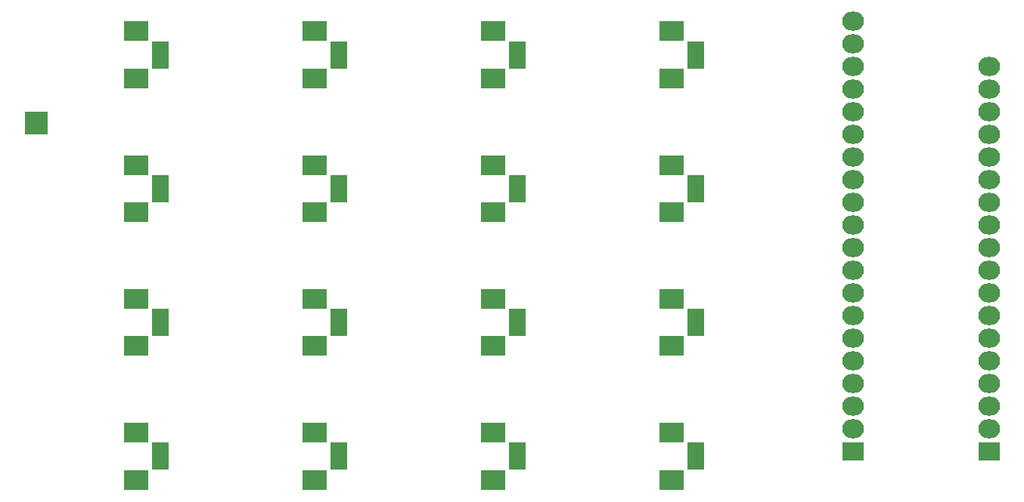
<source format=gbr>
G04 #@! TF.FileFunction,Soldermask,Top*
%FSLAX46Y46*%
G04 Gerber Fmt 4.6, Leading zero omitted, Abs format (unit mm)*
G04 Created by KiCad (PCBNEW 4.0.2-4+6225~38~ubuntu14.04.1-stable) date Sat Feb 20 17:03:59 2016*
%MOMM*%
G01*
G04 APERTURE LIST*
%ADD10C,0.100000*%
%ADD11R,2.800000X2.300000*%
%ADD12R,1.950000X1.000000*%
%ADD13R,2.432000X2.127200*%
%ADD14O,2.432000X2.127200*%
%ADD15R,2.635200X2.635200*%
G04 APERTURE END LIST*
D10*
D11*
X97515000Y-34170000D03*
D12*
X100240000Y-37820000D03*
X100240000Y-36820000D03*
X100240000Y-35820000D03*
D11*
X97515000Y-39470000D03*
X97515000Y-49170000D03*
D12*
X100240000Y-52820000D03*
X100240000Y-51820000D03*
X100240000Y-50820000D03*
D11*
X97515000Y-54470000D03*
X97515000Y-64170000D03*
D12*
X100240000Y-67820000D03*
X100240000Y-66820000D03*
X100240000Y-65820000D03*
D11*
X97515000Y-69470000D03*
X97515000Y-79170000D03*
D12*
X100240000Y-82820000D03*
X100240000Y-81820000D03*
X100240000Y-80820000D03*
D11*
X97515000Y-84470000D03*
X117515000Y-34170000D03*
D12*
X120240000Y-37820000D03*
X120240000Y-36820000D03*
X120240000Y-35820000D03*
D11*
X117515000Y-39470000D03*
X117515000Y-49170000D03*
D12*
X120240000Y-52820000D03*
X120240000Y-51820000D03*
X120240000Y-50820000D03*
D11*
X117515000Y-54470000D03*
X117515000Y-64170000D03*
D12*
X120240000Y-67820000D03*
X120240000Y-66820000D03*
X120240000Y-65820000D03*
D11*
X117515000Y-69470000D03*
X117515000Y-79170000D03*
D12*
X120240000Y-82820000D03*
X120240000Y-81820000D03*
X120240000Y-80820000D03*
D11*
X117515000Y-84470000D03*
X137515000Y-34170000D03*
D12*
X140240000Y-37820000D03*
X140240000Y-36820000D03*
X140240000Y-35820000D03*
D11*
X137515000Y-39470000D03*
X137515000Y-49170000D03*
D12*
X140240000Y-52820000D03*
X140240000Y-51820000D03*
X140240000Y-50820000D03*
D11*
X137515000Y-54470000D03*
X137515000Y-64170000D03*
D12*
X140240000Y-67820000D03*
X140240000Y-66820000D03*
X140240000Y-65820000D03*
D11*
X137515000Y-69470000D03*
X137515000Y-79170000D03*
D12*
X140240000Y-82820000D03*
X140240000Y-81820000D03*
X140240000Y-80820000D03*
D11*
X137515000Y-84470000D03*
X157515000Y-34170000D03*
D12*
X160240000Y-37820000D03*
X160240000Y-36820000D03*
X160240000Y-35820000D03*
D11*
X157515000Y-39470000D03*
X157515000Y-49170000D03*
D12*
X160240000Y-52820000D03*
X160240000Y-51820000D03*
X160240000Y-50820000D03*
D11*
X157515000Y-54470000D03*
X157515000Y-64170000D03*
D12*
X160240000Y-67820000D03*
X160240000Y-66820000D03*
X160240000Y-65820000D03*
D11*
X157515000Y-69470000D03*
X157515000Y-79170000D03*
D12*
X160240000Y-82820000D03*
X160240000Y-81820000D03*
X160240000Y-80820000D03*
D11*
X157515000Y-84470000D03*
D13*
X177800000Y-81280000D03*
D14*
X177800000Y-78740000D03*
X177800000Y-76200000D03*
X177800000Y-73660000D03*
X177800000Y-71120000D03*
X177800000Y-68580000D03*
X177800000Y-66040000D03*
X177800000Y-63500000D03*
X177800000Y-60960000D03*
X177800000Y-58420000D03*
X177800000Y-55880000D03*
X177800000Y-53340000D03*
X177800000Y-50800000D03*
X177800000Y-48260000D03*
X177800000Y-45720000D03*
X177800000Y-43180000D03*
X177800000Y-40640000D03*
X177800000Y-38100000D03*
X177800000Y-35560000D03*
X177800000Y-33020000D03*
D13*
X193040000Y-81280000D03*
D14*
X193040000Y-78740000D03*
X193040000Y-76200000D03*
X193040000Y-73660000D03*
X193040000Y-71120000D03*
X193040000Y-68580000D03*
X193040000Y-66040000D03*
X193040000Y-63500000D03*
X193040000Y-60960000D03*
X193040000Y-58420000D03*
X193040000Y-55880000D03*
X193040000Y-53340000D03*
X193040000Y-50800000D03*
X193040000Y-48260000D03*
X193040000Y-45720000D03*
X193040000Y-43180000D03*
X193040000Y-40640000D03*
X193040000Y-38100000D03*
D15*
X86360000Y-44450000D03*
M02*

</source>
